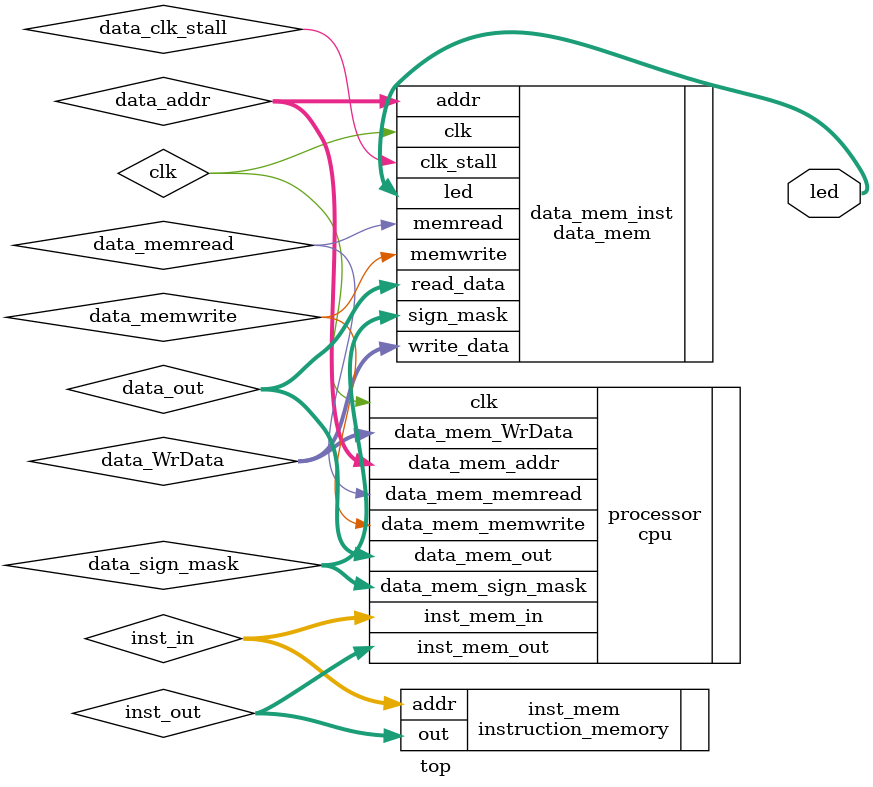
<source format=v>
module top (led);
	output [7:0]	led;
	
	wire		clk;

	/*
	 *	Memory interface
	 */
	wire[31:0]	inst_in;
	wire[31:0]	inst_out;
	wire[31:0]	data_out;
	wire[31:0]	data_addr;
	wire[31:0]	data_WrData;
	wire		data_memwrite;
	wire		data_memread;
	wire[3:0]	data_sign_mask;


	cpu processor(
		.clk(clk),
		.inst_mem_in(inst_in),
		.inst_mem_out(inst_out),
		.data_mem_out(data_out),
		.data_mem_addr(data_addr),
		.data_mem_WrData(data_WrData),
		.data_mem_memwrite(data_memwrite),
		.data_mem_memread(data_memread),
		.data_mem_sign_mask(data_sign_mask)
	);

	instruction_memory inst_mem( 
		.addr(inst_in), 
		.out(inst_out)
	);

	data_mem data_mem_inst(
			.clk(clk),
			.addr(data_addr),
			.write_data(data_WrData),
			.memwrite(data_memwrite), 
			.memread(data_memread), 
			.read_data(data_out),
			.sign_mask(data_sign_mask),
			.led(led),
			.clk_stall(data_clk_stall)
		);

endmodule

</source>
